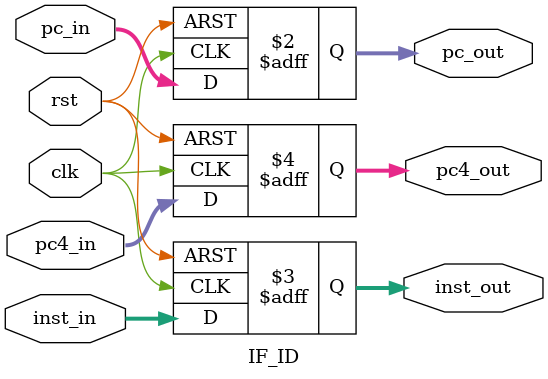
<source format=v>
`timescale 1ns / 1ps

module IF_ID (
    input  wire        clk,
    input  wire        rst,
    input  wire [31:0] pc_in,    // IF阶段PC
    input  wire [31:0] inst_in,  // IF阶段指令
    input  wire [31:0] pc4_in,   // IF阶段PC+4

    output reg  [31:0] pc_out,   // 传给ID阶段的PC
    output reg  [31:0] inst_out,  // 传给ID阶段的指令
    output reg  [31:0] pc4_out
);

    always @(posedge clk or posedge rst) begin
        if (rst) begin
            pc_out   <= 32'b0;
            inst_out <= 32'b0;
            pc4_out  <= 32'b0;
        end else begin
            pc_out   <= pc_in;
            inst_out <= inst_in;
            pc4_out  <= pc4_in;
        end
    end

endmodule

</source>
